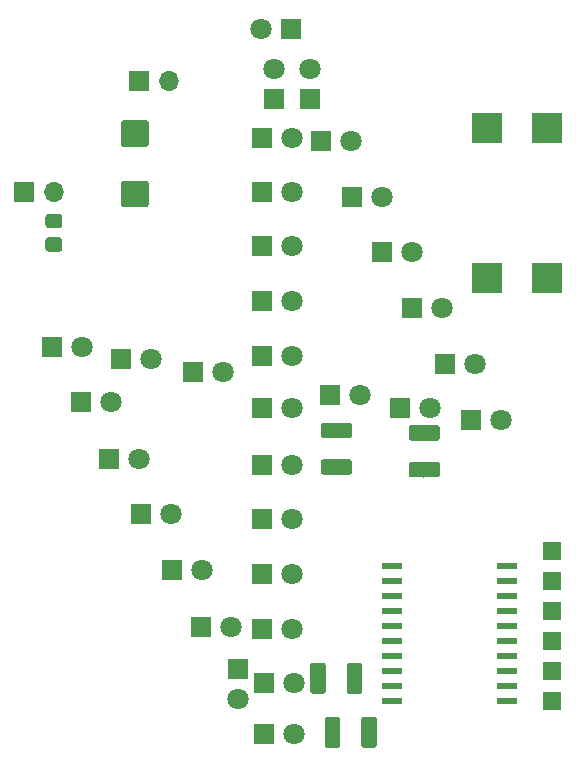
<source format=gbr>
%TF.GenerationSoftware,KiCad,Pcbnew,(5.1.4)-1*%
%TF.CreationDate,2020-11-17T11:02:07+02:00*%
%TF.ProjectId,possu2,706f7373-7532-42e6-9b69-6361645f7063,rev?*%
%TF.SameCoordinates,Original*%
%TF.FileFunction,Soldermask,Top*%
%TF.FilePolarity,Negative*%
%FSLAX46Y46*%
G04 Gerber Fmt 4.6, Leading zero omitted, Abs format (unit mm)*
G04 Created by KiCad (PCBNEW (5.1.4)-1) date 2020-11-17 11:02:07*
%MOMM*%
%LPD*%
G04 APERTURE LIST*
%ADD10R,2.540000X2.540000*%
%ADD11R,1.800000X1.800000*%
%ADD12C,1.800000*%
%ADD13C,0.150000*%
%ADD14C,2.250000*%
%ADD15R,1.700000X1.700000*%
%ADD16O,1.700000X1.700000*%
%ADD17C,1.200000*%
%ADD18C,1.300000*%
%ADD19R,1.524000X1.524000*%
%ADD20R,1.750000X0.600000*%
G04 APERTURE END LIST*
D10*
%TO.C,SW1*%
X122936000Y-38354000D03*
X122936000Y-51054000D03*
X117856000Y-38354000D03*
X117856000Y-51054000D03*
%TD*%
D11*
%TO.C,D5*%
X98806000Y-48400000D03*
D12*
X101346000Y-48400000D03*
%TD*%
D11*
%TO.C,D25*%
X110490000Y-62100000D03*
D12*
X113030000Y-62100000D03*
%TD*%
D13*
%TO.C,C1*%
G36*
X88960505Y-42828204D02*
G01*
X88984773Y-42831804D01*
X89008572Y-42837765D01*
X89031671Y-42846030D01*
X89053850Y-42856520D01*
X89074893Y-42869132D01*
X89094599Y-42883747D01*
X89112777Y-42900223D01*
X89129253Y-42918401D01*
X89143868Y-42938107D01*
X89156480Y-42959150D01*
X89166970Y-42981329D01*
X89175235Y-43004428D01*
X89181196Y-43028227D01*
X89184796Y-43052495D01*
X89186000Y-43076999D01*
X89186000Y-44827001D01*
X89184796Y-44851505D01*
X89181196Y-44875773D01*
X89175235Y-44899572D01*
X89166970Y-44922671D01*
X89156480Y-44944850D01*
X89143868Y-44965893D01*
X89129253Y-44985599D01*
X89112777Y-45003777D01*
X89094599Y-45020253D01*
X89074893Y-45034868D01*
X89053850Y-45047480D01*
X89031671Y-45057970D01*
X89008572Y-45066235D01*
X88984773Y-45072196D01*
X88960505Y-45075796D01*
X88936001Y-45077000D01*
X87085999Y-45077000D01*
X87061495Y-45075796D01*
X87037227Y-45072196D01*
X87013428Y-45066235D01*
X86990329Y-45057970D01*
X86968150Y-45047480D01*
X86947107Y-45034868D01*
X86927401Y-45020253D01*
X86909223Y-45003777D01*
X86892747Y-44985599D01*
X86878132Y-44965893D01*
X86865520Y-44944850D01*
X86855030Y-44922671D01*
X86846765Y-44899572D01*
X86840804Y-44875773D01*
X86837204Y-44851505D01*
X86836000Y-44827001D01*
X86836000Y-43076999D01*
X86837204Y-43052495D01*
X86840804Y-43028227D01*
X86846765Y-43004428D01*
X86855030Y-42981329D01*
X86865520Y-42959150D01*
X86878132Y-42938107D01*
X86892747Y-42918401D01*
X86909223Y-42900223D01*
X86927401Y-42883747D01*
X86947107Y-42869132D01*
X86968150Y-42856520D01*
X86990329Y-42846030D01*
X87013428Y-42837765D01*
X87037227Y-42831804D01*
X87061495Y-42828204D01*
X87085999Y-42827000D01*
X88936001Y-42827000D01*
X88960505Y-42828204D01*
X88960505Y-42828204D01*
G37*
D14*
X88011000Y-43952000D03*
D13*
G36*
X88960505Y-37728204D02*
G01*
X88984773Y-37731804D01*
X89008572Y-37737765D01*
X89031671Y-37746030D01*
X89053850Y-37756520D01*
X89074893Y-37769132D01*
X89094599Y-37783747D01*
X89112777Y-37800223D01*
X89129253Y-37818401D01*
X89143868Y-37838107D01*
X89156480Y-37859150D01*
X89166970Y-37881329D01*
X89175235Y-37904428D01*
X89181196Y-37928227D01*
X89184796Y-37952495D01*
X89186000Y-37976999D01*
X89186000Y-39727001D01*
X89184796Y-39751505D01*
X89181196Y-39775773D01*
X89175235Y-39799572D01*
X89166970Y-39822671D01*
X89156480Y-39844850D01*
X89143868Y-39865893D01*
X89129253Y-39885599D01*
X89112777Y-39903777D01*
X89094599Y-39920253D01*
X89074893Y-39934868D01*
X89053850Y-39947480D01*
X89031671Y-39957970D01*
X89008572Y-39966235D01*
X88984773Y-39972196D01*
X88960505Y-39975796D01*
X88936001Y-39977000D01*
X87085999Y-39977000D01*
X87061495Y-39975796D01*
X87037227Y-39972196D01*
X87013428Y-39966235D01*
X86990329Y-39957970D01*
X86968150Y-39947480D01*
X86947107Y-39934868D01*
X86927401Y-39920253D01*
X86909223Y-39903777D01*
X86892747Y-39885599D01*
X86878132Y-39865893D01*
X86865520Y-39844850D01*
X86855030Y-39822671D01*
X86846765Y-39799572D01*
X86840804Y-39775773D01*
X86837204Y-39751505D01*
X86836000Y-39727001D01*
X86836000Y-37976999D01*
X86837204Y-37952495D01*
X86840804Y-37928227D01*
X86846765Y-37904428D01*
X86855030Y-37881329D01*
X86865520Y-37859150D01*
X86878132Y-37838107D01*
X86892747Y-37818401D01*
X86909223Y-37800223D01*
X86927401Y-37783747D01*
X86947107Y-37769132D01*
X86968150Y-37756520D01*
X86990329Y-37746030D01*
X87013428Y-37737765D01*
X87037227Y-37731804D01*
X87061495Y-37728204D01*
X87085999Y-37727000D01*
X88936001Y-37727000D01*
X88960505Y-37728204D01*
X88960505Y-37728204D01*
G37*
D14*
X88011000Y-38852000D03*
%TD*%
D15*
%TO.C,P2*%
X78613000Y-43815000D03*
D16*
X81153000Y-43815000D03*
%TD*%
D13*
%TO.C,F1*%
G36*
X81627505Y-47645204D02*
G01*
X81651773Y-47648804D01*
X81675572Y-47654765D01*
X81698671Y-47663030D01*
X81720850Y-47673520D01*
X81741893Y-47686132D01*
X81761599Y-47700747D01*
X81779777Y-47717223D01*
X81796253Y-47735401D01*
X81810868Y-47755107D01*
X81823480Y-47776150D01*
X81833970Y-47798329D01*
X81842235Y-47821428D01*
X81848196Y-47845227D01*
X81851796Y-47869495D01*
X81853000Y-47893999D01*
X81853000Y-48594001D01*
X81851796Y-48618505D01*
X81848196Y-48642773D01*
X81842235Y-48666572D01*
X81833970Y-48689671D01*
X81823480Y-48711850D01*
X81810868Y-48732893D01*
X81796253Y-48752599D01*
X81779777Y-48770777D01*
X81761599Y-48787253D01*
X81741893Y-48801868D01*
X81720850Y-48814480D01*
X81698671Y-48824970D01*
X81675572Y-48833235D01*
X81651773Y-48839196D01*
X81627505Y-48842796D01*
X81603001Y-48844000D01*
X80702999Y-48844000D01*
X80678495Y-48842796D01*
X80654227Y-48839196D01*
X80630428Y-48833235D01*
X80607329Y-48824970D01*
X80585150Y-48814480D01*
X80564107Y-48801868D01*
X80544401Y-48787253D01*
X80526223Y-48770777D01*
X80509747Y-48752599D01*
X80495132Y-48732893D01*
X80482520Y-48711850D01*
X80472030Y-48689671D01*
X80463765Y-48666572D01*
X80457804Y-48642773D01*
X80454204Y-48618505D01*
X80453000Y-48594001D01*
X80453000Y-47893999D01*
X80454204Y-47869495D01*
X80457804Y-47845227D01*
X80463765Y-47821428D01*
X80472030Y-47798329D01*
X80482520Y-47776150D01*
X80495132Y-47755107D01*
X80509747Y-47735401D01*
X80526223Y-47717223D01*
X80544401Y-47700747D01*
X80564107Y-47686132D01*
X80585150Y-47673520D01*
X80607329Y-47663030D01*
X80630428Y-47654765D01*
X80654227Y-47648804D01*
X80678495Y-47645204D01*
X80702999Y-47644000D01*
X81603001Y-47644000D01*
X81627505Y-47645204D01*
X81627505Y-47645204D01*
G37*
D17*
X81153000Y-48244000D03*
D13*
G36*
X81627505Y-45645204D02*
G01*
X81651773Y-45648804D01*
X81675572Y-45654765D01*
X81698671Y-45663030D01*
X81720850Y-45673520D01*
X81741893Y-45686132D01*
X81761599Y-45700747D01*
X81779777Y-45717223D01*
X81796253Y-45735401D01*
X81810868Y-45755107D01*
X81823480Y-45776150D01*
X81833970Y-45798329D01*
X81842235Y-45821428D01*
X81848196Y-45845227D01*
X81851796Y-45869495D01*
X81853000Y-45893999D01*
X81853000Y-46594001D01*
X81851796Y-46618505D01*
X81848196Y-46642773D01*
X81842235Y-46666572D01*
X81833970Y-46689671D01*
X81823480Y-46711850D01*
X81810868Y-46732893D01*
X81796253Y-46752599D01*
X81779777Y-46770777D01*
X81761599Y-46787253D01*
X81741893Y-46801868D01*
X81720850Y-46814480D01*
X81698671Y-46824970D01*
X81675572Y-46833235D01*
X81651773Y-46839196D01*
X81627505Y-46842796D01*
X81603001Y-46844000D01*
X80702999Y-46844000D01*
X80678495Y-46842796D01*
X80654227Y-46839196D01*
X80630428Y-46833235D01*
X80607329Y-46824970D01*
X80585150Y-46814480D01*
X80564107Y-46801868D01*
X80544401Y-46787253D01*
X80526223Y-46770777D01*
X80509747Y-46752599D01*
X80495132Y-46732893D01*
X80482520Y-46711850D01*
X80472030Y-46689671D01*
X80463765Y-46666572D01*
X80457804Y-46642773D01*
X80454204Y-46618505D01*
X80453000Y-46594001D01*
X80453000Y-45893999D01*
X80454204Y-45869495D01*
X80457804Y-45845227D01*
X80463765Y-45821428D01*
X80472030Y-45798329D01*
X80482520Y-45776150D01*
X80495132Y-45755107D01*
X80509747Y-45735401D01*
X80526223Y-45717223D01*
X80544401Y-45700747D01*
X80564107Y-45686132D01*
X80585150Y-45673520D01*
X80607329Y-45663030D01*
X80630428Y-45654765D01*
X80654227Y-45648804D01*
X80678495Y-45645204D01*
X80702999Y-45644000D01*
X81603001Y-45644000D01*
X81627505Y-45645204D01*
X81627505Y-45645204D01*
G37*
D17*
X81153000Y-46244000D03*
%TD*%
D12*
%TO.C,D1*%
X98679000Y-30000000D03*
D11*
X101219000Y-30000000D03*
%TD*%
%TO.C,D2*%
X99822000Y-35941000D03*
D12*
X99822000Y-33401000D03*
%TD*%
D11*
%TO.C,D3*%
X98806000Y-39200000D03*
D12*
X101346000Y-39200000D03*
%TD*%
%TO.C,D4*%
X101346000Y-43800000D03*
D11*
X98806000Y-43800000D03*
%TD*%
D12*
%TO.C,D6*%
X101346000Y-53000000D03*
D11*
X98806000Y-53000000D03*
%TD*%
%TO.C,D7*%
X98806000Y-57658000D03*
D12*
X101346000Y-57658000D03*
%TD*%
%TO.C,D8*%
X101346000Y-62103000D03*
D11*
X98806000Y-62103000D03*
%TD*%
D12*
%TO.C,D9*%
X101346000Y-66900000D03*
D11*
X98806000Y-66900000D03*
%TD*%
%TO.C,D10*%
X98806000Y-71500000D03*
D12*
X101346000Y-71500000D03*
%TD*%
D11*
%TO.C,D11*%
X98806000Y-76100000D03*
D12*
X101346000Y-76100000D03*
%TD*%
%TO.C,D12*%
X101346000Y-80800000D03*
D11*
X98806000Y-80800000D03*
%TD*%
%TO.C,D13*%
X98933000Y-85400000D03*
D12*
X101473000Y-85400000D03*
%TD*%
%TO.C,D14*%
X101473000Y-89662000D03*
D11*
X98933000Y-89662000D03*
%TD*%
%TO.C,D15*%
X96774000Y-84201000D03*
D12*
X96774000Y-86741000D03*
%TD*%
%TO.C,D16*%
X96139000Y-80600000D03*
D11*
X93599000Y-80600000D03*
%TD*%
%TO.C,D17*%
X91186000Y-75800000D03*
D12*
X93726000Y-75800000D03*
%TD*%
%TO.C,D18*%
X91059000Y-71100000D03*
D11*
X88519000Y-71100000D03*
%TD*%
D12*
%TO.C,D19*%
X88392000Y-66400000D03*
D11*
X85852000Y-66400000D03*
%TD*%
D12*
%TO.C,D20*%
X85979000Y-61595000D03*
D11*
X83439000Y-61595000D03*
%TD*%
%TO.C,D21*%
X81026000Y-56900000D03*
D12*
X83566000Y-56900000D03*
%TD*%
D11*
%TO.C,D22*%
X86868000Y-57900000D03*
D12*
X89408000Y-57900000D03*
%TD*%
%TO.C,D23*%
X95504000Y-59000000D03*
D11*
X92964000Y-59000000D03*
%TD*%
%TO.C,D24*%
X104521000Y-60960000D03*
D12*
X107061000Y-60960000D03*
%TD*%
%TO.C,D26*%
X118999000Y-63100000D03*
D11*
X116459000Y-63100000D03*
%TD*%
D12*
%TO.C,D27*%
X116840000Y-58400000D03*
D11*
X114300000Y-58400000D03*
%TD*%
%TO.C,D28*%
X111506000Y-53594000D03*
D12*
X114046000Y-53594000D03*
%TD*%
%TO.C,D29*%
X111506000Y-48895000D03*
D11*
X108966000Y-48895000D03*
%TD*%
%TO.C,D30*%
X106426000Y-44196000D03*
D12*
X108966000Y-44196000D03*
%TD*%
%TO.C,D31*%
X106299000Y-39497000D03*
D11*
X103759000Y-39497000D03*
%TD*%
%TO.C,D32*%
X102870000Y-35941000D03*
D12*
X102870000Y-33401000D03*
%TD*%
D13*
%TO.C,R1*%
G36*
X108273504Y-88211204D02*
G01*
X108297773Y-88214804D01*
X108321571Y-88220765D01*
X108344671Y-88229030D01*
X108366849Y-88239520D01*
X108387893Y-88252133D01*
X108407598Y-88266747D01*
X108425777Y-88283223D01*
X108442253Y-88301402D01*
X108456867Y-88321107D01*
X108469480Y-88342151D01*
X108479970Y-88364329D01*
X108488235Y-88387429D01*
X108494196Y-88411227D01*
X108497796Y-88435496D01*
X108499000Y-88460000D01*
X108499000Y-90610000D01*
X108497796Y-90634504D01*
X108494196Y-90658773D01*
X108488235Y-90682571D01*
X108479970Y-90705671D01*
X108469480Y-90727849D01*
X108456867Y-90748893D01*
X108442253Y-90768598D01*
X108425777Y-90786777D01*
X108407598Y-90803253D01*
X108387893Y-90817867D01*
X108366849Y-90830480D01*
X108344671Y-90840970D01*
X108321571Y-90849235D01*
X108297773Y-90855196D01*
X108273504Y-90858796D01*
X108249000Y-90860000D01*
X107449000Y-90860000D01*
X107424496Y-90858796D01*
X107400227Y-90855196D01*
X107376429Y-90849235D01*
X107353329Y-90840970D01*
X107331151Y-90830480D01*
X107310107Y-90817867D01*
X107290402Y-90803253D01*
X107272223Y-90786777D01*
X107255747Y-90768598D01*
X107241133Y-90748893D01*
X107228520Y-90727849D01*
X107218030Y-90705671D01*
X107209765Y-90682571D01*
X107203804Y-90658773D01*
X107200204Y-90634504D01*
X107199000Y-90610000D01*
X107199000Y-88460000D01*
X107200204Y-88435496D01*
X107203804Y-88411227D01*
X107209765Y-88387429D01*
X107218030Y-88364329D01*
X107228520Y-88342151D01*
X107241133Y-88321107D01*
X107255747Y-88301402D01*
X107272223Y-88283223D01*
X107290402Y-88266747D01*
X107310107Y-88252133D01*
X107331151Y-88239520D01*
X107353329Y-88229030D01*
X107376429Y-88220765D01*
X107400227Y-88214804D01*
X107424496Y-88211204D01*
X107449000Y-88210000D01*
X108249000Y-88210000D01*
X108273504Y-88211204D01*
X108273504Y-88211204D01*
G37*
D18*
X107849000Y-89535000D03*
D13*
G36*
X105173504Y-88211204D02*
G01*
X105197773Y-88214804D01*
X105221571Y-88220765D01*
X105244671Y-88229030D01*
X105266849Y-88239520D01*
X105287893Y-88252133D01*
X105307598Y-88266747D01*
X105325777Y-88283223D01*
X105342253Y-88301402D01*
X105356867Y-88321107D01*
X105369480Y-88342151D01*
X105379970Y-88364329D01*
X105388235Y-88387429D01*
X105394196Y-88411227D01*
X105397796Y-88435496D01*
X105399000Y-88460000D01*
X105399000Y-90610000D01*
X105397796Y-90634504D01*
X105394196Y-90658773D01*
X105388235Y-90682571D01*
X105379970Y-90705671D01*
X105369480Y-90727849D01*
X105356867Y-90748893D01*
X105342253Y-90768598D01*
X105325777Y-90786777D01*
X105307598Y-90803253D01*
X105287893Y-90817867D01*
X105266849Y-90830480D01*
X105244671Y-90840970D01*
X105221571Y-90849235D01*
X105197773Y-90855196D01*
X105173504Y-90858796D01*
X105149000Y-90860000D01*
X104349000Y-90860000D01*
X104324496Y-90858796D01*
X104300227Y-90855196D01*
X104276429Y-90849235D01*
X104253329Y-90840970D01*
X104231151Y-90830480D01*
X104210107Y-90817867D01*
X104190402Y-90803253D01*
X104172223Y-90786777D01*
X104155747Y-90768598D01*
X104141133Y-90748893D01*
X104128520Y-90727849D01*
X104118030Y-90705671D01*
X104109765Y-90682571D01*
X104103804Y-90658773D01*
X104100204Y-90634504D01*
X104099000Y-90610000D01*
X104099000Y-88460000D01*
X104100204Y-88435496D01*
X104103804Y-88411227D01*
X104109765Y-88387429D01*
X104118030Y-88364329D01*
X104128520Y-88342151D01*
X104141133Y-88321107D01*
X104155747Y-88301402D01*
X104172223Y-88283223D01*
X104190402Y-88266747D01*
X104210107Y-88252133D01*
X104231151Y-88239520D01*
X104253329Y-88229030D01*
X104276429Y-88220765D01*
X104300227Y-88214804D01*
X104324496Y-88211204D01*
X104349000Y-88210000D01*
X105149000Y-88210000D01*
X105173504Y-88211204D01*
X105173504Y-88211204D01*
G37*
D18*
X104749000Y-89535000D03*
%TD*%
D13*
%TO.C,R2*%
G36*
X103942304Y-83641704D02*
G01*
X103966573Y-83645304D01*
X103990371Y-83651265D01*
X104013471Y-83659530D01*
X104035649Y-83670020D01*
X104056693Y-83682633D01*
X104076398Y-83697247D01*
X104094577Y-83713723D01*
X104111053Y-83731902D01*
X104125667Y-83751607D01*
X104138280Y-83772651D01*
X104148770Y-83794829D01*
X104157035Y-83817929D01*
X104162996Y-83841727D01*
X104166596Y-83865996D01*
X104167800Y-83890500D01*
X104167800Y-86040500D01*
X104166596Y-86065004D01*
X104162996Y-86089273D01*
X104157035Y-86113071D01*
X104148770Y-86136171D01*
X104138280Y-86158349D01*
X104125667Y-86179393D01*
X104111053Y-86199098D01*
X104094577Y-86217277D01*
X104076398Y-86233753D01*
X104056693Y-86248367D01*
X104035649Y-86260980D01*
X104013471Y-86271470D01*
X103990371Y-86279735D01*
X103966573Y-86285696D01*
X103942304Y-86289296D01*
X103917800Y-86290500D01*
X103117800Y-86290500D01*
X103093296Y-86289296D01*
X103069027Y-86285696D01*
X103045229Y-86279735D01*
X103022129Y-86271470D01*
X102999951Y-86260980D01*
X102978907Y-86248367D01*
X102959202Y-86233753D01*
X102941023Y-86217277D01*
X102924547Y-86199098D01*
X102909933Y-86179393D01*
X102897320Y-86158349D01*
X102886830Y-86136171D01*
X102878565Y-86113071D01*
X102872604Y-86089273D01*
X102869004Y-86065004D01*
X102867800Y-86040500D01*
X102867800Y-83890500D01*
X102869004Y-83865996D01*
X102872604Y-83841727D01*
X102878565Y-83817929D01*
X102886830Y-83794829D01*
X102897320Y-83772651D01*
X102909933Y-83751607D01*
X102924547Y-83731902D01*
X102941023Y-83713723D01*
X102959202Y-83697247D01*
X102978907Y-83682633D01*
X102999951Y-83670020D01*
X103022129Y-83659530D01*
X103045229Y-83651265D01*
X103069027Y-83645304D01*
X103093296Y-83641704D01*
X103117800Y-83640500D01*
X103917800Y-83640500D01*
X103942304Y-83641704D01*
X103942304Y-83641704D01*
G37*
D18*
X103517800Y-84965500D03*
D13*
G36*
X107042304Y-83641704D02*
G01*
X107066573Y-83645304D01*
X107090371Y-83651265D01*
X107113471Y-83659530D01*
X107135649Y-83670020D01*
X107156693Y-83682633D01*
X107176398Y-83697247D01*
X107194577Y-83713723D01*
X107211053Y-83731902D01*
X107225667Y-83751607D01*
X107238280Y-83772651D01*
X107248770Y-83794829D01*
X107257035Y-83817929D01*
X107262996Y-83841727D01*
X107266596Y-83865996D01*
X107267800Y-83890500D01*
X107267800Y-86040500D01*
X107266596Y-86065004D01*
X107262996Y-86089273D01*
X107257035Y-86113071D01*
X107248770Y-86136171D01*
X107238280Y-86158349D01*
X107225667Y-86179393D01*
X107211053Y-86199098D01*
X107194577Y-86217277D01*
X107176398Y-86233753D01*
X107156693Y-86248367D01*
X107135649Y-86260980D01*
X107113471Y-86271470D01*
X107090371Y-86279735D01*
X107066573Y-86285696D01*
X107042304Y-86289296D01*
X107017800Y-86290500D01*
X106217800Y-86290500D01*
X106193296Y-86289296D01*
X106169027Y-86285696D01*
X106145229Y-86279735D01*
X106122129Y-86271470D01*
X106099951Y-86260980D01*
X106078907Y-86248367D01*
X106059202Y-86233753D01*
X106041023Y-86217277D01*
X106024547Y-86199098D01*
X106009933Y-86179393D01*
X105997320Y-86158349D01*
X105986830Y-86136171D01*
X105978565Y-86113071D01*
X105972604Y-86089273D01*
X105969004Y-86065004D01*
X105967800Y-86040500D01*
X105967800Y-83890500D01*
X105969004Y-83865996D01*
X105972604Y-83841727D01*
X105978565Y-83817929D01*
X105986830Y-83794829D01*
X105997320Y-83772651D01*
X106009933Y-83751607D01*
X106024547Y-83731902D01*
X106041023Y-83713723D01*
X106059202Y-83697247D01*
X106078907Y-83682633D01*
X106099951Y-83670020D01*
X106122129Y-83659530D01*
X106145229Y-83651265D01*
X106169027Y-83645304D01*
X106193296Y-83641704D01*
X106217800Y-83640500D01*
X107017800Y-83640500D01*
X107042304Y-83641704D01*
X107042304Y-83641704D01*
G37*
D18*
X106617800Y-84965500D03*
%TD*%
D13*
%TO.C,R3*%
G36*
X106186604Y-66433204D02*
G01*
X106210873Y-66436804D01*
X106234671Y-66442765D01*
X106257771Y-66451030D01*
X106279949Y-66461520D01*
X106300993Y-66474133D01*
X106320698Y-66488747D01*
X106338877Y-66505223D01*
X106355353Y-66523402D01*
X106369967Y-66543107D01*
X106382580Y-66564151D01*
X106393070Y-66586329D01*
X106401335Y-66609429D01*
X106407296Y-66633227D01*
X106410896Y-66657496D01*
X106412100Y-66682000D01*
X106412100Y-67482000D01*
X106410896Y-67506504D01*
X106407296Y-67530773D01*
X106401335Y-67554571D01*
X106393070Y-67577671D01*
X106382580Y-67599849D01*
X106369967Y-67620893D01*
X106355353Y-67640598D01*
X106338877Y-67658777D01*
X106320698Y-67675253D01*
X106300993Y-67689867D01*
X106279949Y-67702480D01*
X106257771Y-67712970D01*
X106234671Y-67721235D01*
X106210873Y-67727196D01*
X106186604Y-67730796D01*
X106162100Y-67732000D01*
X104012100Y-67732000D01*
X103987596Y-67730796D01*
X103963327Y-67727196D01*
X103939529Y-67721235D01*
X103916429Y-67712970D01*
X103894251Y-67702480D01*
X103873207Y-67689867D01*
X103853502Y-67675253D01*
X103835323Y-67658777D01*
X103818847Y-67640598D01*
X103804233Y-67620893D01*
X103791620Y-67599849D01*
X103781130Y-67577671D01*
X103772865Y-67554571D01*
X103766904Y-67530773D01*
X103763304Y-67506504D01*
X103762100Y-67482000D01*
X103762100Y-66682000D01*
X103763304Y-66657496D01*
X103766904Y-66633227D01*
X103772865Y-66609429D01*
X103781130Y-66586329D01*
X103791620Y-66564151D01*
X103804233Y-66543107D01*
X103818847Y-66523402D01*
X103835323Y-66505223D01*
X103853502Y-66488747D01*
X103873207Y-66474133D01*
X103894251Y-66461520D01*
X103916429Y-66451030D01*
X103939529Y-66442765D01*
X103963327Y-66436804D01*
X103987596Y-66433204D01*
X104012100Y-66432000D01*
X106162100Y-66432000D01*
X106186604Y-66433204D01*
X106186604Y-66433204D01*
G37*
D18*
X105087100Y-67082000D03*
D13*
G36*
X106186604Y-63333204D02*
G01*
X106210873Y-63336804D01*
X106234671Y-63342765D01*
X106257771Y-63351030D01*
X106279949Y-63361520D01*
X106300993Y-63374133D01*
X106320698Y-63388747D01*
X106338877Y-63405223D01*
X106355353Y-63423402D01*
X106369967Y-63443107D01*
X106382580Y-63464151D01*
X106393070Y-63486329D01*
X106401335Y-63509429D01*
X106407296Y-63533227D01*
X106410896Y-63557496D01*
X106412100Y-63582000D01*
X106412100Y-64382000D01*
X106410896Y-64406504D01*
X106407296Y-64430773D01*
X106401335Y-64454571D01*
X106393070Y-64477671D01*
X106382580Y-64499849D01*
X106369967Y-64520893D01*
X106355353Y-64540598D01*
X106338877Y-64558777D01*
X106320698Y-64575253D01*
X106300993Y-64589867D01*
X106279949Y-64602480D01*
X106257771Y-64612970D01*
X106234671Y-64621235D01*
X106210873Y-64627196D01*
X106186604Y-64630796D01*
X106162100Y-64632000D01*
X104012100Y-64632000D01*
X103987596Y-64630796D01*
X103963327Y-64627196D01*
X103939529Y-64621235D01*
X103916429Y-64612970D01*
X103894251Y-64602480D01*
X103873207Y-64589867D01*
X103853502Y-64575253D01*
X103835323Y-64558777D01*
X103818847Y-64540598D01*
X103804233Y-64520893D01*
X103791620Y-64499849D01*
X103781130Y-64477671D01*
X103772865Y-64454571D01*
X103766904Y-64430773D01*
X103763304Y-64406504D01*
X103762100Y-64382000D01*
X103762100Y-63582000D01*
X103763304Y-63557496D01*
X103766904Y-63533227D01*
X103772865Y-63509429D01*
X103781130Y-63486329D01*
X103791620Y-63464151D01*
X103804233Y-63443107D01*
X103818847Y-63423402D01*
X103835323Y-63405223D01*
X103853502Y-63388747D01*
X103873207Y-63374133D01*
X103894251Y-63361520D01*
X103916429Y-63351030D01*
X103939529Y-63342765D01*
X103963327Y-63336804D01*
X103987596Y-63333204D01*
X104012100Y-63332000D01*
X106162100Y-63332000D01*
X106186604Y-63333204D01*
X106186604Y-63333204D01*
G37*
D18*
X105087100Y-63982000D03*
%TD*%
D13*
%TO.C,R4*%
G36*
X113621504Y-63544904D02*
G01*
X113645773Y-63548504D01*
X113669571Y-63554465D01*
X113692671Y-63562730D01*
X113714849Y-63573220D01*
X113735893Y-63585833D01*
X113755598Y-63600447D01*
X113773777Y-63616923D01*
X113790253Y-63635102D01*
X113804867Y-63654807D01*
X113817480Y-63675851D01*
X113827970Y-63698029D01*
X113836235Y-63721129D01*
X113842196Y-63744927D01*
X113845796Y-63769196D01*
X113847000Y-63793700D01*
X113847000Y-64593700D01*
X113845796Y-64618204D01*
X113842196Y-64642473D01*
X113836235Y-64666271D01*
X113827970Y-64689371D01*
X113817480Y-64711549D01*
X113804867Y-64732593D01*
X113790253Y-64752298D01*
X113773777Y-64770477D01*
X113755598Y-64786953D01*
X113735893Y-64801567D01*
X113714849Y-64814180D01*
X113692671Y-64824670D01*
X113669571Y-64832935D01*
X113645773Y-64838896D01*
X113621504Y-64842496D01*
X113597000Y-64843700D01*
X111447000Y-64843700D01*
X111422496Y-64842496D01*
X111398227Y-64838896D01*
X111374429Y-64832935D01*
X111351329Y-64824670D01*
X111329151Y-64814180D01*
X111308107Y-64801567D01*
X111288402Y-64786953D01*
X111270223Y-64770477D01*
X111253747Y-64752298D01*
X111239133Y-64732593D01*
X111226520Y-64711549D01*
X111216030Y-64689371D01*
X111207765Y-64666271D01*
X111201804Y-64642473D01*
X111198204Y-64618204D01*
X111197000Y-64593700D01*
X111197000Y-63793700D01*
X111198204Y-63769196D01*
X111201804Y-63744927D01*
X111207765Y-63721129D01*
X111216030Y-63698029D01*
X111226520Y-63675851D01*
X111239133Y-63654807D01*
X111253747Y-63635102D01*
X111270223Y-63616923D01*
X111288402Y-63600447D01*
X111308107Y-63585833D01*
X111329151Y-63573220D01*
X111351329Y-63562730D01*
X111374429Y-63554465D01*
X111398227Y-63548504D01*
X111422496Y-63544904D01*
X111447000Y-63543700D01*
X113597000Y-63543700D01*
X113621504Y-63544904D01*
X113621504Y-63544904D01*
G37*
D18*
X112522000Y-64193700D03*
D13*
G36*
X113621504Y-66644904D02*
G01*
X113645773Y-66648504D01*
X113669571Y-66654465D01*
X113692671Y-66662730D01*
X113714849Y-66673220D01*
X113735893Y-66685833D01*
X113755598Y-66700447D01*
X113773777Y-66716923D01*
X113790253Y-66735102D01*
X113804867Y-66754807D01*
X113817480Y-66775851D01*
X113827970Y-66798029D01*
X113836235Y-66821129D01*
X113842196Y-66844927D01*
X113845796Y-66869196D01*
X113847000Y-66893700D01*
X113847000Y-67693700D01*
X113845796Y-67718204D01*
X113842196Y-67742473D01*
X113836235Y-67766271D01*
X113827970Y-67789371D01*
X113817480Y-67811549D01*
X113804867Y-67832593D01*
X113790253Y-67852298D01*
X113773777Y-67870477D01*
X113755598Y-67886953D01*
X113735893Y-67901567D01*
X113714849Y-67914180D01*
X113692671Y-67924670D01*
X113669571Y-67932935D01*
X113645773Y-67938896D01*
X113621504Y-67942496D01*
X113597000Y-67943700D01*
X111447000Y-67943700D01*
X111422496Y-67942496D01*
X111398227Y-67938896D01*
X111374429Y-67932935D01*
X111351329Y-67924670D01*
X111329151Y-67914180D01*
X111308107Y-67901567D01*
X111288402Y-67886953D01*
X111270223Y-67870477D01*
X111253747Y-67852298D01*
X111239133Y-67832593D01*
X111226520Y-67811549D01*
X111216030Y-67789371D01*
X111207765Y-67766271D01*
X111201804Y-67742473D01*
X111198204Y-67718204D01*
X111197000Y-67693700D01*
X111197000Y-66893700D01*
X111198204Y-66869196D01*
X111201804Y-66844927D01*
X111207765Y-66821129D01*
X111216030Y-66798029D01*
X111226520Y-66775851D01*
X111239133Y-66754807D01*
X111253747Y-66735102D01*
X111270223Y-66716923D01*
X111288402Y-66700447D01*
X111308107Y-66685833D01*
X111329151Y-66673220D01*
X111351329Y-66662730D01*
X111374429Y-66654465D01*
X111398227Y-66648504D01*
X111422496Y-66644904D01*
X111447000Y-66643700D01*
X113597000Y-66643700D01*
X113621504Y-66644904D01*
X113621504Y-66644904D01*
G37*
D18*
X112522000Y-67293700D03*
%TD*%
D15*
%TO.C,P3*%
X88392000Y-34417000D03*
D16*
X90932000Y-34417000D03*
%TD*%
D19*
%TO.C,P1*%
X123317000Y-74168000D03*
X123317000Y-76708000D03*
X123317000Y-79248000D03*
X123317000Y-81788000D03*
X123317000Y-84328000D03*
X123317000Y-86868000D03*
%TD*%
D20*
%TO.C,IC1*%
X109806000Y-86868000D03*
X109806000Y-85598000D03*
X109806000Y-84328000D03*
X109806000Y-83058000D03*
X109806000Y-81788000D03*
X109806000Y-80518000D03*
X109806000Y-79248000D03*
X109806000Y-77978000D03*
X109806000Y-76708000D03*
X109806000Y-75438000D03*
X119556000Y-75438000D03*
X119556000Y-76708000D03*
X119556000Y-77978000D03*
X119556000Y-79248000D03*
X119556000Y-86868000D03*
X119556000Y-85598000D03*
X119556000Y-84328000D03*
X119556000Y-83058000D03*
X119556000Y-81788000D03*
X119556000Y-80518000D03*
%TD*%
M02*

</source>
